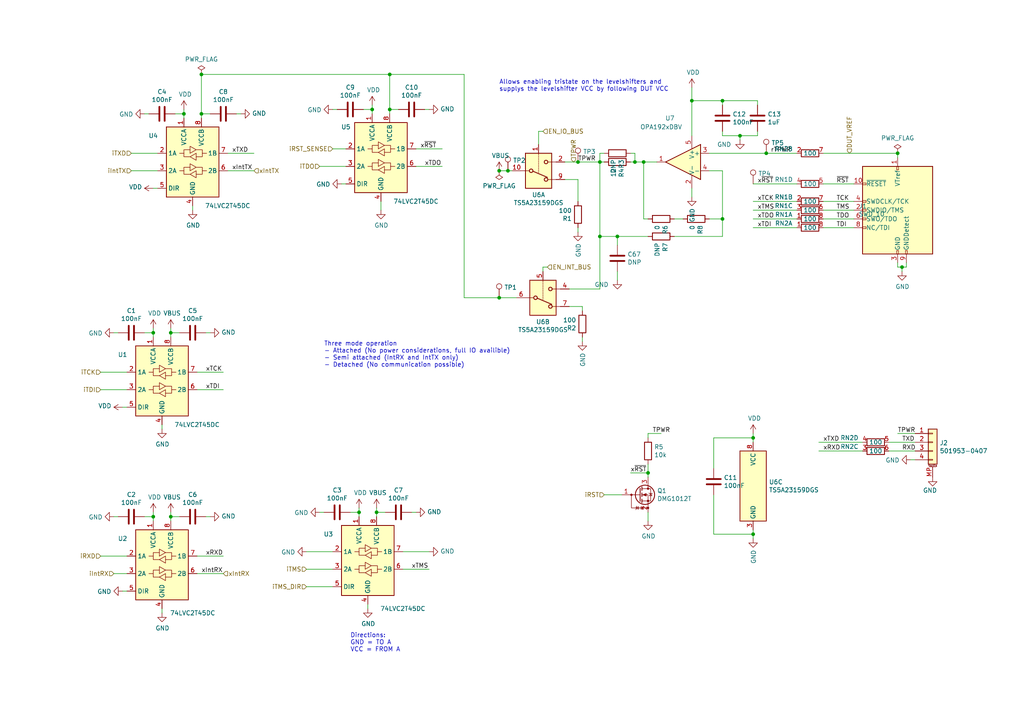
<source format=kicad_sch>
(kicad_sch (version 20230121) (generator eeschema)
  (paper "A4")
  (title_block (title "Output Level Shifter") (date "2022-08-16") (rev "2.1"))
  (lib_symbols
    (symbol "Analog_Switch:TS5A23159DGS"
      (property "Reference" "U" (at -5.08 8.89 0))
      (property "Value" "TS5A23159DGS" (at -5.08 6.985 0))
      (symbol "TS5A23159DGS_1_1"
        (rectangle (start -3.81 5.08) (end 3.81 -5.08) (stroke (width 0.254)) (fill (type background)))
        (circle (center -2.159 0) (radius 0.508) (stroke (width 0.254)))
        (polyline (pts (xy -5.08 0) (xy -2.794 0)))
        (polyline (pts (xy -1.651 0.127) (xy 2.54 1.905)) (stroke (width 0.254)))
        (polyline (pts (xy 0 -5.08) (xy 0 -4.572)))
        (polyline (pts (xy 0 -4.318) (xy 0 -4.064)))
        (polyline (pts (xy 0 -3.81) (xy 0 -3.556)))
        (polyline (pts (xy 0 -3.302) (xy 0 -3.048)))
        (polyline (pts (xy 0 -2.794) (xy 0 -2.54)))
        (polyline (pts (xy 0 -2.286) (xy 0 -2.032)))
        (polyline (pts (xy 0 -1.778) (xy 0 -1.524)))
        (polyline (pts (xy 0 -1.27) (xy 0 -1.016)))
        (polyline (pts (xy 0 -0.762) (xy 0 -0.508)))
        (polyline (pts (xy 0 -0.254) (xy 0 0)))
        (polyline (pts (xy 0 0.254) (xy 0 0.508)))
        (polyline (pts (xy 5.08 -2.54) (xy 2.794 -2.54)))
        (polyline (pts (xy 5.08 2.54) (xy 2.794 2.54)))
        (circle (center 2.159 -2.54) (radius 0.508) (stroke (width 0.254)))
        (circle (center 2.159 2.54) (radius 0.508) (stroke (width 0.254)))
        (pin input line (at 0 -7.62 90) (length 2.54) (name "~") (number "1"))
        (pin passive line (at -7.62 0 0) (length 2.54) (name "~") (number "10"))
        (pin passive line (at 7.62 -2.54 180) (length 2.54) (name "~") (number "2"))
        (pin passive line (at 7.62 2.54 180) (length 2.54) (name "~") (number "9"))
      )
      (symbol "TS5A23159DGS_2_1"
        (rectangle (start -3.81 5.08) (end 3.81 -5.08) (stroke (width 0.254)) (fill (type background)))
        (circle (center -2.159 0) (radius 0.508) (stroke (width 0.254)))
        (polyline (pts (xy -5.08 0) (xy -2.794 0)))
        (polyline (pts (xy -1.651 0.127) (xy 2.54 1.905)) (stroke (width 0.254)))
        (polyline (pts (xy 0 -5.08) (xy 0 -4.572)))
        (polyline (pts (xy 0 -4.318) (xy 0 -4.064)))
        (polyline (pts (xy 0 -3.81) (xy 0 -3.556)))
        (polyline (pts (xy 0 -3.302) (xy 0 -3.048)))
        (polyline (pts (xy 0 -2.794) (xy 0 -2.54)))
        (polyline (pts (xy 0 -2.286) (xy 0 -2.032)))
        (polyline (pts (xy 0 -1.778) (xy 0 -1.524)))
        (polyline (pts (xy 0 -1.27) (xy 0 -1.016)))
        (polyline (pts (xy 0 -0.762) (xy 0 -0.508)))
        (polyline (pts (xy 0 -0.254) (xy 0 0)))
        (polyline (pts (xy 0 0.254) (xy 0 0.508)))
        (polyline (pts (xy 5.08 -2.54) (xy 2.794 -2.54)))
        (polyline (pts (xy 5.08 2.54) (xy 2.794 2.54)))
        (circle (center 2.159 -2.54) (radius 0.508) (stroke (width 0.254)))
        (circle (center 2.159 2.54) (radius 0.508) (stroke (width 0.254)))
        (pin passive line (at 7.62 -2.54 180) (length 2.54) (name "~") (number "4"))
        (pin input line (at 0 -7.62 90) (length 2.54) (name "~") (number "5"))
        (pin passive line (at -7.62 0 0) (length 2.54) (name "~") (number "6"))
        (pin passive line (at 7.62 2.54 180) (length 2.54) (name "~") (number "7"))
      )
      (symbol "TS5A23159DGS_3_1"
        (rectangle (start -3.81 10.16) (end 3.81 -10.16) (stroke (width 0.254)) (fill (type background)))
        (pin power_in line (at 0 -12.7 90) (length 2.54) (name "GND") (number "3"))
        (pin power_in line (at 0 12.7 270) (length 2.54) (name "VCC") (number "8"))
      )
    )
    (symbol "Connector:TestPoint" (pin_numbers hide) (pin_names (offset 0.762) hide)
      (property "Reference" "TP" (at 0 6.858 0))
      (property "Value" "TestPoint" (at 0 5.08 0))
      (symbol "TestPoint_0_1"
        (circle (center 0 3.302) (radius 0.762))
      )
      (symbol "TestPoint_1_1"
        (pin passive line (at 0 0 90) (length 2.54) (name "1") (number "1"))
      )
    )
    (symbol "Connector_Generic_MountingPin:Conn_01x04_MountingPin" (pin_names (offset 1.016) hide)
      (property "Reference" "J" (at 0 5.08 0))
      (property "Value" "Conn_01x04_MountingPin" (at 1.27 -7.62 0))
      (symbol "Conn_01x04_MountingPin_1_1"
        (rectangle (start -1.27 -4.953) (end 0 -5.207) (stroke (width 0.1524)))
        (rectangle (start -1.27 -2.413) (end 0 -2.667) (stroke (width 0.1524)))
        (rectangle (start -1.27 0.127) (end 0 -0.127) (stroke (width 0.1524)))
        (rectangle (start -1.27 2.667) (end 0 2.413) (stroke (width 0.1524)))
        (rectangle (start -1.27 3.81) (end 1.27 -6.35) (stroke (width 0.254)) (fill (type background)))
        (polyline (pts (xy -1.016 -7.112) (xy 1.016 -7.112)) (stroke (width 0.1524)))
        (text "Mounting" (at 0 -6.731 0) (effects (font (size 0.381 0.381))))
        (pin passive line (at -5.08 2.54 0) (length 3.81) (name "Pin_1") (number "1"))
        (pin passive line (at -5.08 0 0) (length 3.81) (name "Pin_2") (number "2"))
        (pin passive line (at -5.08 -2.54 0) (length 3.81) (name "Pin_3") (number "3"))
        (pin passive line (at -5.08 -5.08 0) (length 3.81) (name "Pin_4") (number "4"))
        (pin passive line (at 0 -10.16 90) (length 3.048) (name "MountPin") (number "MP"))
      )
    )
    (symbol "Device:C" (pin_numbers hide) (pin_names (offset 0.254))
      (property "Reference" "C" (at 0.635 2.54 0))
      (property "Value" "C" (at 0.635 -2.54 0))
      (symbol "C_0_1"
        (polyline (pts (xy -2.032 -0.762) (xy 2.032 -0.762)) (stroke (width 0.508)))
        (polyline (pts (xy -2.032 0.762) (xy 2.032 0.762)) (stroke (width 0.508)))
      )
      (symbol "C_1_1"
        (pin passive line (at 0 3.81 270) (length 2.794) (name "~") (number "1"))
        (pin passive line (at 0 -3.81 90) (length 2.794) (name "~") (number "2"))
      )
    )
    (symbol "Device:R" (pin_numbers hide) (pin_names (offset 0))
      (property "Reference" "R" (at 2.032 0 90))
      (property "Value" "R" (at 0 0 90))
      (symbol "R_0_1"
        (rectangle (start -1.016 -2.54) (end 1.016 2.54) (stroke (width 0.254)))
      )
      (symbol "R_1_1"
        (pin passive line (at 0 3.81 270) (length 1.27) (name "~") (number "1"))
        (pin passive line (at 0 -3.81 90) (length 1.27) (name "~") (number "2"))
      )
    )
    (symbol "Device:R_Pack04_Split" (pin_names (offset 0) hide)
      (property "Reference" "RN" (at 2.032 0 90))
      (property "Value" "R_Pack04_Split" (at 0 0 90))
      (symbol "R_Pack04_Split_0_1"
        (rectangle (start 1.016 2.54) (end -1.016 -2.54) (stroke (width 0.254)))
      )
      (symbol "R_Pack04_Split_1_1"
        (pin passive line (at 0 -3.81 90) (length 1.27) (name "R1.1") (number "1"))
        (pin passive line (at 0 3.81 270) (length 1.27) (name "R1.2") (number "8"))
      )
      (symbol "R_Pack04_Split_2_1"
        (pin passive line (at 0 -3.81 90) (length 1.27) (name "R2.1") (number "2"))
        (pin passive line (at 0 3.81 270) (length 1.27) (name "R2.2") (number "7"))
      )
      (symbol "R_Pack04_Split_3_1"
        (pin passive line (at 0 -3.81 90) (length 1.27) (name "R3.1") (number "3"))
        (pin passive line (at 0 3.81 270) (length 1.27) (name "R3.2") (number "6"))
      )
      (symbol "R_Pack04_Split_4_1"
        (pin passive line (at 0 -3.81 90) (length 1.27) (name "R4.1") (number "4"))
        (pin passive line (at 0 3.81 270) (length 1.27) (name "R4.2") (number "5"))
      )
    )
    (symbol "Logic_LevelTranslator:74LVC2T45DC"
      (property "Reference" "U" (at 6.35 -11.43 0))
      (property "Value" "74LVC2T45DC" (at 10.16 11.43 0))
      (symbol "74LVC2T45DC_1_1"
        (rectangle (start -7.62 10.16) (end 7.62 -10.16) (stroke (width 0.254)) (fill (type background)))
        (polyline (pts (xy -2.54 -2.54) (xy -2.54 -1.524) (xy -0.762 -1.524)))
        (polyline (pts (xy -2.54 2.54) (xy -2.54 3.556) (xy -0.762 3.556)))
        (polyline (pts (xy 2.794 -2.54) (xy 2.794 -3.556) (xy 1.016 -3.556)))
        (polyline (pts (xy 2.794 2.54) (xy 2.794 1.524) (xy 1.016 1.524)))
        (polyline (pts (xy -0.762 -3.556) (xy -2.54 -3.556) (xy -2.54 -2.54) (xy -3.81 -2.54)))
        (polyline (pts (xy -0.762 -2.54) (xy -0.762 -0.508) (xy 1.016 -1.524) (xy -0.762 -2.54)))
        (polyline (pts (xy -0.762 1.524) (xy -2.54 1.524) (xy -2.54 2.54) (xy -3.81 2.54)))
        (polyline (pts (xy -0.762 2.54) (xy -0.762 4.572) (xy 1.016 3.556) (xy -0.762 2.54)))
        (polyline (pts (xy 1.016 -1.524) (xy 2.794 -1.524) (xy 2.794 -2.54) (xy 4.064 -2.54)))
        (polyline (pts (xy 1.016 3.556) (xy 2.794 3.556) (xy 2.794 2.54) (xy 4.064 2.54)))
        (polyline (pts (xy 1.016 -2.54) (xy 1.016 -4.318) (xy 1.016 -4.572) (xy -0.762 -3.556) (xy 1.016 -2.54)))
        (polyline (pts (xy 1.016 2.54) (xy 1.016 0.762) (xy 1.016 0.508) (xy -0.762 1.524) (xy 1.016 2.54)))
        (pin power_in line (at -2.54 12.7 270) (length 2.54) (name "VCCA") (number "1"))
        (pin bidirectional line (at -10.16 2.54 0) (length 2.54) (name "1A") (number "2"))
        (pin bidirectional line (at -10.16 -2.54 0) (length 2.54) (name "2A") (number "3"))
        (pin power_in line (at 0 -12.7 90) (length 2.54) (name "GND") (number "4"))
        (pin input line (at -10.16 -7.62 0) (length 2.54) (name "DIR") (number "5"))
        (pin bidirectional line (at 10.16 -2.54 180) (length 2.54) (name "2B") (number "6"))
        (pin bidirectional line (at 10.16 2.54 180) (length 2.54) (name "1B") (number "7"))
        (pin power_in line (at 2.54 12.7 270) (length 2.54) (name "VCCB") (number "8"))
      )
    )
    (symbol "Transistor_FET:DMG1012T" (pin_names (offset 0) hide)
      (property "Reference" "Q" (at 5.08 1.905 0))
      (property "Value" "DMG1012T" (at 5.08 0 0))
      (symbol "DMG1012T_0_1"
        (polyline (pts (xy 2.54 -3.81) (xy -2.286 -3.81) (xy -2.286 0)))
      )
      (symbol "DMG1012T_1_1"
        (circle (center -2.286 0) (radius 0.254) (fill (type outline)))
        (polyline (pts (xy 0.254 0) (xy -2.54 0)))
        (polyline (pts (xy 0.254 1.905) (xy 0.254 -1.905)) (stroke (width 0.254)))
        (polyline (pts (xy 0.762 -1.27) (xy 0.762 -2.286)) (stroke (width 0.254)))
        (polyline (pts (xy 0.762 0.508) (xy 0.762 -0.508)) (stroke (width 0.254)))
        (polyline (pts (xy 0.762 2.286) (xy 0.762 1.27)) (stroke (width 0.254)))
        (polyline (pts (xy 2.54 2.54) (xy 2.54 1.778)))
        (polyline (pts (xy 2.54 -2.54) (xy 2.54 0) (xy 0.762 0)))
        (polyline (pts (xy -1.016 -4.318) (xy -0.889 -4.191) (xy -0.889 -3.429) (xy -0.762 -3.302)))
        (polyline (pts (xy -0.889 -3.81) (xy -0.254 -4.191) (xy -0.254 -3.429) (xy -0.889 -3.81)))
        (polyline (pts (xy 0.762 -1.778) (xy 3.302 -1.778) (xy 3.302 1.778) (xy 0.762 1.778)))
        (polyline (pts (xy 1.016 0) (xy 2.032 0.381) (xy 2.032 -0.381) (xy 1.016 0)) (fill (type outline)))
        (polyline (pts (xy 1.143 -3.81) (xy 0.508 -3.429) (xy 0.508 -4.191) (xy 1.143 -3.81)))
        (polyline (pts (xy 1.27 -3.302) (xy 1.143 -3.429) (xy 1.143 -4.191) (xy 1.016 -4.318)))
        (polyline (pts (xy 2.794 0.508) (xy 2.921 0.381) (xy 3.683 0.381) (xy 3.81 0.254)))
        (polyline (pts (xy 3.302 0.381) (xy 2.921 -0.254) (xy 3.683 -0.254) (xy 3.302 0.381)))
        (circle (center 1.651 0) (radius 2.794) (stroke (width 0.254)))
        (circle (center 2.54 -3.81) (radius 0.254) (fill (type outline)))
        (circle (center 2.54 -1.778) (radius 0.254) (fill (type outline)))
        (circle (center 2.54 1.778) (radius 0.254) (fill (type outline)))
        (pin input line (at -5.08 0 0) (length 2.54) (name "G") (number "1"))
        (pin passive line (at 2.54 -5.08 90) (length 2.54) (name "S") (number "2"))
        (pin passive line (at 2.54 5.08 270) (length 2.54) (name "D") (number "3"))
      )
    )
    (symbol "jaspers_lib:OPA192xDBV" (pin_names (offset 0.127))
      (property "Reference" "U" (at -1.27 6.35 0))
      (property "Value" "OPA192xDBV" (at -1.27 3.81 0))
      (symbol "OPA192xDBV_0_1"
        (polyline (pts (xy -5.08 5.08) (xy 5.08 0) (xy -5.08 -5.08) (xy -5.08 5.08)) (stroke (width 0.254)) (fill (type background)))
        (pin power_in line (at -2.54 -7.62 90) (length 3.81) (name "V-") (number "2"))
        (pin power_in line (at -2.54 7.62 270) (length 3.81) (name "V+") (number "5"))
      )
      (symbol "OPA192xDBV_1_1"
        (pin output line (at 7.62 0 180) (length 2.54) (name "~") (number "1"))
        (pin input line (at -7.62 2.54 0) (length 2.54) (name "+") (number "3"))
        (pin input line (at -7.62 -2.54 0) (length 2.54) (name "-") (number "4"))
      )
    )
    (symbol "jaspers_lib:SWD_10" (pin_names (offset 1.016))
      (property "Reference" "J1" (at 11.2776 1.1684 0))
      (property "Value" "SWD_10" (at 11.2776 -1.143 0))
      (symbol "SWD_10_0_1"
        (rectangle (start -10.16 12.7) (end 10.16 -12.7) (stroke (width 0.254)) (fill (type background)))
        (rectangle (start -2.794 -12.7) (end -2.286 -11.684))
        (rectangle (start -0.254 -12.7) (end 0.254 -11.684))
        (rectangle (start -0.254 12.7) (end 0.254 11.684))
        (rectangle (start 9.144 2.286) (end 10.16 2.794))
        (rectangle (start 10.16 -2.794) (end 9.144 -2.286))
        (rectangle (start 10.16 -0.254) (end 9.144 0.254))
        (rectangle (start 10.16 7.874) (end 9.144 7.366))
      )
      (symbol "SWD_10_1_1"
        (rectangle (start 9.144 -5.334) (end 10.16 -4.826))
        (pin power_in line (at 0 15.24 270) (length 2.54) (name "VTref") (number "1"))
        (pin open_collector line (at 12.7 7.62 180) (length 2.54) (name "~{RESET}") (number "10"))
        (pin bidirectional line (at 12.7 0 180) (length 2.54) (name "SWDIO/TMS") (number "2"))
        (pin power_in line (at 0 -15.24 90) (length 2.54) (name "GND") (number "3"))
        (pin input line (at 12.7 2.54 180) (length 2.54) (name "SWDCLK/TCK") (number "4"))
        (pin passive line (at 0 -15.24 90) (length 2.54) hide (name "GND") (number "5"))
        (pin input line (at 12.7 -2.54 180) (length 2.54) (name "SWO/TDO") (number "6"))
        (pin no_connect line (at -10.16 0 0) (length 2.54) hide (name "KEY") (number "7"))
        (pin passive line (at 12.7 -5.08 180) (length 2.54) (name "NC/TDI") (number "8"))
        (pin passive line (at -2.54 -15.24 90) (length 2.54) (name "GNDDetect") (number "9"))
      )
    )
    (symbol "power:GND" (power) (pin_names (offset 0))
      (property "Value" "GND" (at 0 -3.81 0))
      (symbol "GND_0_1"
        (polyline (pts (xy 0 0) (xy 0 -1.27) (xy 1.27 -1.27) (xy 0 -2.54) (xy -1.27 -1.27) (xy 0 -1.27)))
      )
      (symbol "GND_1_1"
        (pin power_in line (at 0 0 270) (length 0) hide (name "GND") (number "1"))
      )
    )
    (symbol "power:PWR_FLAG" (power) (pin_numbers hide) (pin_names (offset 0) hide)
      (property "Value" "PWR_FLAG" (at 0 3.81 0))
      (symbol "PWR_FLAG_0_0"
        (pin power_out line (at 0 0 90) (length 0) (name "pwr") (number "1"))
      )
      (symbol "PWR_FLAG_0_1"
        (polyline (pts (xy 0 0) (xy 0 1.27) (xy -1.016 1.905) (xy 0 2.54) (xy 1.016 1.905) (xy 0 1.27)))
      )
    )
    (symbol "power:VBUS" (power) (pin_names (offset 0))
      (property "Value" "VBUS" (at 0 3.81 0))
      (symbol "VBUS_0_1"
        (polyline (pts (xy -0.762 1.27) (xy 0 2.54)))
        (polyline (pts (xy 0 0) (xy 0 2.54)))
        (polyline (pts (xy 0 2.54) (xy 0.762 1.27)))
      )
      (symbol "VBUS_1_1"
        (pin power_in line (at 0 0 90) (length 0) hide (name "VBUS") (number "1"))
      )
    )
    (symbol "power:VDD" (power) (pin_names (offset 0))
      (property "Value" "VDD" (at 0 3.81 0))
      (symbol "VDD_0_1"
        (polyline (pts (xy -0.762 1.27) (xy 0 2.54)))
        (polyline (pts (xy 0 0) (xy 0 2.54)))
        (polyline (pts (xy 0 2.54) (xy 0.762 1.27)))
      )
      (symbol "VDD_1_1"
        (pin power_in line (at 0 0 90) (length 0) hide (name "VDD") (number "1"))
      )
    )
  )
  (junction (at 107.95 31.75))
  (junction (at 186.69 46.99))
  (junction (at 113.03 31.75))
  (junction (at 218.44 127))
  (junction (at 200.66 29.21))
  (junction (at 144.78 49.53))
  (junction (at 209.55 63.5))
  (junction (at 53.34 33.02))
  (junction (at 58.42 21.59))
  (junction (at 173.99 68.58))
  (junction (at 184.15 46.99))
  (junction (at 44.45 96.52))
  (junction (at 144.78 86.36))
  (junction (at 209.55 29.21))
  (junction (at 222.25 44.45))
  (junction (at 113.03 21.59))
  (junction (at 218.44 154.94))
  (junction (at 104.14 148.59))
  (junction (at 44.45 149.86))
  (junction (at 109.22 148.59))
  (junction (at 147.32 49.53))
  (junction (at 187.96 137.16))
  (junction (at 214.63 39.37))
  (junction (at 49.53 96.52))
  (junction (at 173.99 46.99))
  (junction (at 167.64 46.99))
  (junction (at 260.35 44.45))
  (junction (at 261.62 77.47))
  (junction (at 179.07 68.58))
  (junction (at 49.53 149.86))
  (junction (at 58.42 33.02))
  (wire (pts (xy 92.71 48.26) (xy 100.33 48.26)))
  (wire (pts (xy 265.43 133.35) (xy 264.16 133.35)))
  (wire (pts (xy 247.65 63.5) (xy 238.76 63.5)))
  (wire (pts (xy 186.69 46.99) (xy 184.15 46.99)))
  (wire (pts (xy 184.15 44.45) (xy 184.15 46.99)))
  (wire (pts (xy 41.91 149.86) (xy 44.45 149.86)))
  (wire (pts (xy 96.52 31.75) (xy 97.79 31.75)))
  (wire (pts (xy 168.91 88.9) (xy 168.91 90.17)))
  (wire (pts (xy 147.32 49.53) (xy 148.59 49.53)))
  (wire (pts (xy 49.53 148.59) (xy 49.53 149.86)))
  (wire (pts (xy 260.35 44.45) (xy 238.76 44.45)))
  (wire (pts (xy 46.99 124.46) (xy 46.99 123.19)))
  (wire (pts (xy 50.8 33.02) (xy 53.34 33.02)))
  (wire (pts (xy 214.63 39.37) (xy 219.71 39.37)))
  (wire (pts (xy 53.34 31.75) (xy 53.34 33.02)))
  (wire (pts (xy 218.44 127) (xy 218.44 128.27)))
  (wire (pts (xy 175.26 44.45) (xy 173.99 44.45)))
  (wire (pts (xy 260.35 125.73) (xy 265.43 125.73)))
  (wire (pts (xy 250.19 128.27) (xy 237.49 128.27)))
  (wire (pts (xy 113.03 21.59) (xy 134.62 21.59)))
  (wire (pts (xy 33.02 149.86) (xy 34.29 149.86)))
  (wire (pts (xy 173.99 44.45) (xy 173.99 46.99)))
  (wire (pts (xy 109.22 147.32) (xy 109.22 148.59)))
  (wire (pts (xy 58.42 33.02) (xy 60.96 33.02)))
  (wire (pts (xy 68.58 33.02) (xy 69.85 33.02)))
  (wire (pts (xy 261.62 77.47) (xy 262.89 77.47)))
  (wire (pts (xy 205.74 63.5) (xy 209.55 63.5)))
  (wire (pts (xy 110.49 58.42) (xy 110.49 60.96)))
  (wire (pts (xy 209.55 38.1) (xy 209.55 39.37)))
  (wire (pts (xy 156.21 41.91) (xy 156.21 38.1)))
  (wire (pts (xy 205.74 44.45) (xy 222.25 44.45)))
  (wire (pts (xy 104.14 149.86) (xy 104.14 148.59)))
  (wire (pts (xy 38.1 44.45) (xy 45.72 44.45)))
  (wire (pts (xy 218.44 125.73) (xy 218.44 127)))
  (wire (pts (xy 167.64 66.04) (xy 167.64 67.31)))
  (wire (pts (xy 120.65 43.18) (xy 128.27 43.18)))
  (wire (pts (xy 262.89 77.47) (xy 262.89 76.2)))
  (wire (pts (xy 200.66 25.4) (xy 200.66 29.21)))
  (wire (pts (xy 96.52 43.18) (xy 100.33 43.18)))
  (wire (pts (xy 209.55 30.48) (xy 209.55 29.21)))
  (wire (pts (xy 219.71 39.37) (xy 219.71 38.1)))
  (wire (pts (xy 167.64 46.99) (xy 173.99 46.99)))
  (wire (pts (xy 119.38 148.59) (xy 120.65 148.59)))
  (wire (pts (xy 144.78 86.36) (xy 149.86 86.36)))
  (wire (pts (xy 187.96 68.58) (xy 179.07 68.58)))
  (wire (pts (xy 116.84 160.02) (xy 124.46 160.02)))
  (wire (pts (xy 55.88 59.69) (xy 55.88 60.96)))
  (wire (pts (xy 49.53 96.52) (xy 52.07 96.52)))
  (wire (pts (xy 41.91 33.02) (xy 43.18 33.02)))
  (wire (pts (xy 247.65 58.42) (xy 238.76 58.42)))
  (wire (pts (xy 237.49 130.81) (xy 250.19 130.81)))
  (wire (pts (xy 200.66 29.21) (xy 200.66 39.37)))
  (wire (pts (xy 168.91 97.79) (xy 168.91 99.06)))
  (wire (pts (xy 187.96 127) (xy 187.96 125.73)))
  (wire (pts (xy 260.35 77.47) (xy 261.62 77.47)))
  (wire (pts (xy 173.99 68.58) (xy 173.99 83.82)))
  (wire (pts (xy 109.22 148.59) (xy 111.76 148.59)))
  (wire (pts (xy 179.07 78.74) (xy 179.07 81.28)))
  (wire (pts (xy 29.21 113.03) (xy 36.83 113.03)))
  (wire (pts (xy 88.9 160.02) (xy 96.52 160.02)))
  (wire (pts (xy 44.45 148.59) (xy 44.45 149.86)))
  (wire (pts (xy 57.15 161.29) (xy 64.77 161.29)))
  (wire (pts (xy 165.1 88.9) (xy 168.91 88.9)))
  (wire (pts (xy 33.02 96.52) (xy 34.29 96.52)))
  (wire (pts (xy 104.14 148.59) (xy 101.6 148.59)))
  (wire (pts (xy 260.35 76.2) (xy 260.35 77.47)))
  (wire (pts (xy 104.14 148.59) (xy 104.14 147.32)))
  (wire (pts (xy 186.69 46.99) (xy 186.69 63.5)))
  (wire (pts (xy 33.02 166.37) (xy 36.83 166.37)))
  (wire (pts (xy 58.42 21.59) (xy 58.42 33.02)))
  (wire (pts (xy 57.15 113.03) (xy 64.77 113.03)))
  (wire (pts (xy 120.65 48.26) (xy 128.27 48.26)))
  (wire (pts (xy 35.56 171.45) (xy 36.83 171.45)))
  (wire (pts (xy 218.44 66.04) (xy 231.14 66.04)))
  (wire (pts (xy 88.9 165.1) (xy 96.52 165.1)))
  (wire (pts (xy 231.14 60.96) (xy 218.44 60.96)))
  (wire (pts (xy 157.48 77.47) (xy 158.75 77.47)))
  (wire (pts (xy 238.76 60.96) (xy 247.65 60.96)))
  (wire (pts (xy 200.66 29.21) (xy 209.55 29.21)))
  (wire (pts (xy 116.84 165.1) (xy 124.46 165.1)))
  (wire (pts (xy 207.01 127) (xy 218.44 127)))
  (wire (pts (xy 187.96 138.43) (xy 187.96 137.16)))
  (wire (pts (xy 179.07 68.58) (xy 173.99 68.58)))
  (wire (pts (xy 113.03 31.75) (xy 115.57 31.75)))
  (wire (pts (xy 209.55 29.21) (xy 219.71 29.21)))
  (wire (pts (xy 214.63 40.64) (xy 214.63 39.37)))
  (wire (pts (xy 187.96 151.13) (xy 187.96 148.59)))
  (wire (pts (xy 92.71 148.59) (xy 93.98 148.59)))
  (wire (pts (xy 107.95 31.75) (xy 107.95 33.02)))
  (wire (pts (xy 173.99 83.82) (xy 165.1 83.82)))
  (wire (pts (xy 46.99 176.53) (xy 46.99 177.8)))
  (wire (pts (xy 58.42 34.29) (xy 58.42 33.02)))
  (wire (pts (xy 100.33 53.34) (xy 99.06 53.34)))
  (wire (pts (xy 57.15 166.37) (xy 64.77 166.37)))
  (wire (pts (xy 57.15 107.95) (xy 64.77 107.95)))
  (wire (pts (xy 105.41 31.75) (xy 107.95 31.75)))
  (wire (pts (xy 247.65 66.04) (xy 238.76 66.04)))
  (wire (pts (xy 113.03 21.59) (xy 113.03 31.75)))
  (wire (pts (xy 44.45 149.86) (xy 44.45 151.13)))
  (wire (pts (xy 44.45 96.52) (xy 44.45 97.79)))
  (wire (pts (xy 59.69 96.52) (xy 60.96 96.52)))
  (wire (pts (xy 182.88 44.45) (xy 184.15 44.45)))
  (wire (pts (xy 35.56 118.11) (xy 36.83 118.11)))
  (wire (pts (xy 231.14 58.42) (xy 218.44 58.42)))
  (wire (pts (xy 144.78 49.53) (xy 147.32 49.53)))
  (wire (pts (xy 209.55 68.58) (xy 195.58 68.58)))
  (wire (pts (xy 247.65 53.34) (xy 238.76 53.34)))
  (wire (pts (xy 66.04 49.53) (xy 73.66 49.53)))
  (wire (pts (xy 53.34 33.02) (xy 53.34 34.29)))
  (wire (pts (xy 167.64 52.07) (xy 167.64 58.42)))
  (wire (pts (xy 134.62 21.59) (xy 134.62 86.36)))
  (wire (pts (xy 179.07 71.12) (xy 179.07 68.58)))
  (wire (pts (xy 88.9 170.18) (xy 96.52 170.18)))
  (wire (pts (xy 109.22 149.86) (xy 109.22 148.59)))
  (wire (pts (xy 219.71 29.21) (xy 219.71 30.48)))
  (wire (pts (xy 44.45 95.25) (xy 44.45 96.52)))
  (wire (pts (xy 173.99 68.58) (xy 173.99 46.99)))
  (wire (pts (xy 49.53 149.86) (xy 52.07 149.86)))
  (wire (pts (xy 207.01 143.51) (xy 207.01 154.94)))
  (wire (pts (xy 218.44 154.94) (xy 218.44 153.67)))
  (wire (pts (xy 123.19 31.75) (xy 124.46 31.75)))
  (wire (pts (xy 173.99 46.99) (xy 175.26 46.99)))
  (wire (pts (xy 184.15 46.99) (xy 182.88 46.99)))
  (wire (pts (xy 41.91 96.52) (xy 44.45 96.52)))
  (wire (pts (xy 49.53 151.13) (xy 49.53 149.86)))
  (wire (pts (xy 187.96 125.73) (xy 191.77 125.73)))
  (wire (pts (xy 29.21 161.29) (xy 36.83 161.29)))
  (wire (pts (xy 134.62 86.36) (xy 144.78 86.36)))
  (wire (pts (xy 205.74 49.53) (xy 209.55 49.53)))
  (wire (pts (xy 231.14 53.34) (xy 218.44 53.34)))
  (wire (pts (xy 58.42 21.59) (xy 113.03 21.59)))
  (wire (pts (xy 218.44 156.21) (xy 218.44 154.94)))
  (wire (pts (xy 180.34 143.51) (xy 175.26 143.51)))
  (wire (pts (xy 261.62 77.47) (xy 261.62 78.74)))
  (wire (pts (xy 195.58 63.5) (xy 198.12 63.5)))
  (wire (pts (xy 187.96 137.16) (xy 187.96 134.62)))
  (wire (pts (xy 156.21 38.1) (xy 157.48 38.1)))
  (wire (pts (xy 209.55 63.5) (xy 209.55 68.58)))
  (wire (pts (xy 49.53 97.79) (xy 49.53 96.52)))
  (wire (pts (xy 209.55 39.37) (xy 214.63 39.37)))
  (wire (pts (xy 163.83 46.99) (xy 167.64 46.99)))
  (wire (pts (xy 157.48 77.47) (xy 157.48 78.74)))
  (wire (pts (xy 222.25 44.45) (xy 231.14 44.45)))
  (wire (pts (xy 209.55 49.53) (xy 209.55 63.5)))
  (wire (pts (xy 265.43 130.81) (xy 257.81 130.81)))
  (wire (pts (xy 265.43 128.27) (xy 257.81 128.27)))
  (wire (pts (xy 231.14 63.5) (xy 218.44 63.5)))
  (wire (pts (xy 182.88 137.16) (xy 187.96 137.16)))
  (wire (pts (xy 260.35 45.72) (xy 260.35 44.45)))
  (wire (pts (xy 29.21 107.95) (xy 36.83 107.95)))
  (wire (pts (xy 200.66 54.61) (xy 200.66 57.15)))
  (wire (pts (xy 207.01 154.94) (xy 218.44 154.94)))
  (wire (pts (xy 186.69 63.5) (xy 187.96 63.5)))
  (wire (pts (xy 45.72 54.61) (xy 44.45 54.61)))
  (wire (pts (xy 66.04 44.45) (xy 73.66 44.45)))
  (wire (pts (xy 38.1 49.53) (xy 45.72 49.53)))
  (wire (pts (xy 106.68 176.53) (xy 106.68 175.26)))
  (wire (pts (xy 186.69 46.99) (xy 190.5 46.99)))
  (wire (pts (xy 207.01 135.89) (xy 207.01 127)))
  (wire (pts (xy 59.69 149.86) (xy 60.96 149.86)))
  (wire (pts (xy 107.95 30.48) (xy 107.95 31.75)))
  (wire (pts (xy 167.64 52.07) (xy 163.83 52.07)))
  (wire (pts (xy 113.03 33.02) (xy 113.03 31.75)))
  (wire (pts (xy 49.53 95.25) (xy 49.53 96.52)))
  (text "Allows enabling tristate on the levelshifters and\nsupplys the levelshifter VCC by following DUT VCC" (at 144.78 26.67 0) (effects (font (size 1.27 1.27)) (justify left bottom)))
  (text "Three mode operation\n- Attached (No power considerations, full IO availible)\n- Semi attached (IntRX and IntTX only)\n- Detached (No communication possible)" (at 93.98 106.68 0) (effects (font (size 1.27 1.27)) (justify left bottom)))
  (text "Directions:\nGND = TO A\nVCC = FROM A" (at 101.6 189.23 0) (effects (font (size 1.27 1.27)) (justify left bottom)))
  (label "xTMS" (at 219.71 60.96 0))
  (label "TMS" (at 242.57 60.96 0))
  (label "TDI" (at 242.57 66.04 0))
  (label "TXD" (at 261.62 128.27 0))
  (label "x~{RST}" (at 182.88 137.16 0))
  (label "TPWR" (at 167.64 46.99 0))
  (label "x~{RST}" (at 121.92 43.18 0))
  (label "~{RST}" (at 242.57 53.34 0))
  (label "xIntTX" (at 67.31 49.53 0))
  (label "xTXD" (at 67.31 44.45 0))
  (label "xRXD" (at 238.76 130.81 0))
  (label "xTCK" (at 59.69 107.95 0))
  (label "xTDI" (at 59.69 113.03 0))
  (label "rTPWR" (at 223.52 44.45 0))
  (label "TPWR" (at 260.35 125.73 0))
  (label "x~{RST}" (at 219.71 53.34 0))
  (label "TPWR" (at 189.23 125.73 0))
  (label "TDO" (at 242.57 63.5 0))
  (label "xTDI" (at 219.71 66.04 0))
  (label "RXD" (at 261.62 130.81 0))
  (label "xTDO" (at 123.19 48.26 0))
  (label "TCK" (at 242.57 58.42 0))
  (label "xTXD" (at 238.76 128.27 0))
  (label "xTDO" (at 219.71 63.5 0))
  (label "xIntRX" (at 58.42 166.37 0))
  (label "xTMS" (at 119.38 165.1 0))
  (label "xTCK" (at 219.71 58.42 0))
  (label "xRXD" (at 59.69 161.29 0))
  (hierarchical_label "EN_INT_BUS" (shape input) (at 158.75 77.47 0))
  (hierarchical_label "iTCK" (shape input) (at 29.21 107.95 180))
  (hierarchical_label "EN_IO_BUS" (shape input) (at 157.48 38.1 0))
  (hierarchical_label "iTMS_DIR" (shape input) (at 88.9 170.18 180))
  (hierarchical_label "xIntRX" (shape input) (at 64.77 166.37 0))
  (hierarchical_label "iTDI" (shape input) (at 29.21 113.03 180))
  (hierarchical_label "DUT_VREF" (shape input) (at 246.38 44.45 90))
  (hierarchical_label "iRST" (shape input) (at 175.26 143.51 180))
  (hierarchical_label "iIntRX" (shape input) (at 33.02 166.37 180))
  (hierarchical_label "iIntTX" (shape input) (at 38.1 49.53 180))
  (hierarchical_label "iTXD" (shape input) (at 38.1 44.45 180))
  (hierarchical_label "iRST_SENSE" (shape input) (at 96.52 43.18 180))
  (hierarchical_label "xIntTX" (shape input) (at 73.66 49.53 0))
  (hierarchical_label "iTDO" (shape input) (at 92.71 48.26 180))
  (hierarchical_label "iRXD" (shape input) (at 29.21 161.29 180))
  (hierarchical_label "TPWR" (shape input) (at 166.37 46.99 90))
  (hierarchical_label "iTMS" (shape input) (at 88.9 165.1 180))
  (symbol (lib_id "Device:C") (at 179.07 74.93 0) (unit 1)
    (property "Reference" "C67" (at 181.991 73.7616 0) (effects (justify left)))
    (property "Value" "DNP" (at 181.991 76.073 0) (effects (justify left)))
    (property "Footprint" "Capacitor_SMD:C_0603_1608Metric" (effects hide))
    (property "MPN" "-" (effects hide))
  )
  (symbol (lib_id "power:GND") (at 179.07 81.28 0) (unit 1)
    (property "Reference" "#PWR0142" (effects hide))
    (property "Value" "GND" (at 176.53 82.55 0) (effects (justify right)))
  )
  (symbol (lib_id "Connector:TestPoint") (at 147.32 49.53 0) (unit 1)
    (property "Reference" "TP2" (at 148.7932 46.5328 0) (effects (justify left)))
    (property "Value" "TestPoint" (effects hide))
    (property "Footprint" "TestPoint:TestPoint_Keystone_5000-5004_Miniature" (effects hide))
    (property "MPN" "-" (effects hide))
  )
  (symbol (lib_id "Connector:TestPoint") (at 144.78 86.36 0) (unit 1)
    (property "Reference" "TP1" (at 146.2532 83.3628 0) (effects (justify left)))
    (property "Value" "TestPoint" (effects hide))
    (property "Footprint" "TestPoint:TestPoint_Keystone_5000-5004_Miniature" (effects hide))
    (property "MPN" "-" (effects hide))
  )
  (symbol (lib_id "Connector:TestPoint") (at 222.25 44.45 0) (unit 1)
    (property "Reference" "TP5" (at 223.7232 41.4528 0) (effects (justify left)))
    (property "Value" "TestPoint" (effects hide))
    (property "Footprint" "TestPoint:TestPoint_Keystone_5000-5004_Miniature" (effects hide))
    (property "MPN" "-" (effects hide))
  )
  (symbol (lib_id "Connector:TestPoint") (at 167.64 46.99 0) (unit 1)
    (property "Reference" "TP3" (at 169.1132 43.9928 0) (effects (justify left)))
    (property "Value" "TestPoint" (effects hide))
    (property "Footprint" "TestPoint:TestPoint_Keystone_5000-5004_Miniature" (effects hide))
    (property "MPN" "-" (effects hide))
  )
  (symbol (lib_id "Connector:TestPoint") (at 218.44 53.34 0) (unit 1)
    (property "Reference" "TP4" (at 219.9132 50.3428 0) (effects (justify left)))
    (property "Value" "TestPoint" (effects hide))
    (property "Footprint" "TestPoint:TestPoint_Keystone_5000-5004_Miniature" (effects hide))
    (property "MPN" "-" (effects hide))
  )
  (symbol (lib_id "jaspers_lib:SWD_10") (at 260.35 60.96 0) (mirror y) (unit 1)
    (property "Reference" "J1" (at 249.0724 59.7916 0) (effects (justify right)))
    (property "Value" "SWD_10" (at 249.0724 62.103 0) (effects (justify right)))
    (property "Footprint" "jaspers_footprints:FTSH-105-01-F-D-RA-K" (effects hide))
    (property "Datasheet" "http://infocenter.arm.com/help/topic/com.arm.doc.ddi0314h/DDI0314H_coresight_components_trm.pdf" (effects hide))
    (property "MPN" "FTSH-105-01-F-D-RA-K" (effects hide))
  )
  (symbol (lib_id "Logic_LevelTranslator:74LVC2T45DC") (at 55.88 46.99 0) (unit 1)
    (property "Reference" "U4" (at 44.45 39.37 0))
    (property "Value" "74LVC2T45DC" (at 66.04 59.69 0))
    (property "Footprint" "Package_SO:VSSOP-8_2.3x2mm_P0.5mm" (effects hide))
    (property "Datasheet" "https://assets.nexperia.com/documents/data-sheet/74LVC_LVCH2T45.pdf" (effects hide))
    (property "MPN" "74LVC2T45DC" (effects hide))
  )
  (symbol (lib_id "Logic_LevelTranslator:74LVC2T45DC") (at 46.99 110.49 0) (unit 1)
    (property "Reference" "U1" (at 35.56 102.87 0))
    (property "Value" "74LVC2T45DC" (at 57.15 123.19 0))
    (property "Footprint" "Package_SO:VSSOP-8_2.3x2mm_P0.5mm" (effects hide))
    (property "Datasheet" "https://assets.nexperia.com/documents/data-sheet/74LVC_LVCH2T45.pdf" (effects hide))
    (property "MPN" "74LVC2T45DC" (effects hide))
  )
  (symbol (lib_id "Logic_LevelTranslator:74LVC2T45DC") (at 46.99 163.83 0) (unit 1)
    (property "Reference" "U2" (at 35.56 156.21 0))
    (property "Value" "74LVC2T45DC" (at 55.88 177.8 0))
    (property "Footprint" "Package_SO:VSSOP-8_2.3x2mm_P0.5mm" (effects hide))
    (property "Datasheet" "https://assets.nexperia.com/documents/data-sheet/74LVC_LVCH2T45.pdf" (effects hide))
    (property "MPN" "74LVC2T45DC" (effects hide))
  )
  (symbol (lib_id "Logic_LevelTranslator:74LVC2T45DC") (at 106.68 162.56 0) (unit 1)
    (property "Reference" "U3" (at 95.25 154.94 0))
    (property "Value" "74LVC2T45DC" (at 116.84 176.53 0))
    (property "Footprint" "Package_SO:VSSOP-8_2.3x2mm_P0.5mm" (effects hide))
    (property "Datasheet" "https://assets.nexperia.com/documents/data-sheet/74LVC_LVCH2T45.pdf" (effects hide))
    (property "MPN" "74LVC2T45DC" (effects hide))
  )
  (symbol (lib_id "Device:C") (at 46.99 33.02 270) (unit 1)
    (property "Reference" "C4" (at 46.99 26.6192 90))
    (property "Value" "100nF" (at 46.99 28.9306 90))
    (property "Footprint" "Capacitor_SMD:C_0603_1608Metric" (effects hide))
    (property "MPN" "CL10B104KB8NNNC" (effects hide))
  )
  (symbol (lib_id "Device:C") (at 64.77 33.02 270) (unit 1)
    (property "Reference" "C8" (at 64.77 26.6192 90))
    (property "Value" "100nF" (at 64.77 28.9306 90))
    (property "Footprint" "Capacitor_SMD:C_0603_1608Metric" (effects hide))
    (property "MPN" "CL10B104KB8NNNC" (effects hide))
  )
  (symbol (lib_id "Device:C") (at 55.88 96.52 270) (unit 1)
    (property "Reference" "C5" (at 55.88 90.1192 90))
    (property "Value" "100nF" (at 55.88 92.4306 90))
    (property "Footprint" "Capacitor_SMD:C_0603_1608Metric" (effects hide))
    (property "MPN" "CL10B104KB8NNNC" (effects hide))
  )
  (symbol (lib_id "Device:C") (at 38.1 96.52 270) (unit 1)
    (property "Reference" "C1" (at 38.1 90.1192 90))
    (property "Value" "100nF" (at 38.1 92.4306 90))
    (property "Footprint" "Capacitor_SMD:C_0603_1608Metric" (effects hide))
    (property "MPN" "CL10B104KB8NNNC" (effects hide))
  )
  (symbol (lib_id "Device:C") (at 38.1 149.86 270) (unit 1)
    (property "Reference" "C2" (at 38.1 143.4592 90))
    (property "Value" "100nF" (at 38.1 145.7706 90))
    (property "Footprint" "Capacitor_SMD:C_0603_1608Metric" (effects hide))
    (property "MPN" "CL10B104KB8NNNC" (effects hide))
  )
  (symbol (lib_id "Device:C") (at 55.88 149.86 270) (unit 1)
    (property "Reference" "C6" (at 55.88 143.4592 90))
    (property "Value" "100nF" (at 55.88 145.7706 90))
    (property "Footprint" "Capacitor_SMD:C_0603_1608Metric" (effects hide))
    (property "MPN" "CL10B104KB8NNNC" (effects hide))
  )
  (symbol (lib_id "Device:C") (at 115.57 148.59 270) (unit 1)
    (property "Reference" "C7" (at 115.57 142.1892 90))
    (property "Value" "100nF" (at 115.57 144.5006 90))
    (property "Footprint" "Capacitor_SMD:C_0603_1608Metric" (effects hide))
    (property "MPN" "CL10B104KB8NNNC" (effects hide))
  )
  (symbol (lib_id "Device:C") (at 97.79 148.59 270) (unit 1)
    (property "Reference" "C3" (at 97.79 142.1892 90))
    (property "Value" "100nF" (at 97.79 144.5006 90))
    (property "Footprint" "Capacitor_SMD:C_0603_1608Metric" (effects hide))
    (property "MPN" "CL10B104KB8NNNC" (effects hide))
  )
  (symbol (lib_id "power:GND") (at 46.99 177.8 0) (unit 1)
    (property "Reference" "#PWR014" (effects hide))
    (property "Value" "GND" (at 47.117 182.1942 0))
  )
  (symbol (lib_id "power:GND") (at 106.68 176.53 0) (unit 1)
    (property "Reference" "#PWR015" (effects hide))
    (property "Value" "GND" (at 106.807 180.9242 0))
  )
  (symbol (lib_id "power:GND") (at 46.99 124.46 0) (unit 1)
    (property "Reference" "#PWR013" (effects hide))
    (property "Value" "GND" (at 47.117 128.8542 0))
  )
  (symbol (lib_id "power:GND") (at 55.88 60.96 0) (unit 1)
    (property "Reference" "#PWR016" (effects hide))
    (property "Value" "GND" (at 56.007 65.3542 0))
  )
  (symbol (lib_id "power:GND") (at 33.02 96.52 270) (unit 1)
    (property "Reference" "#PWR02" (effects hide))
    (property "Value" "GND" (at 29.7688 96.647 90) (effects (justify right)))
  )
  (symbol (lib_id "power:GND") (at 41.91 33.02 270) (unit 1)
    (property "Reference" "#PWR05" (effects hide))
    (property "Value" "GND" (at 38.6588 33.147 90) (effects (justify right)))
  )
  (symbol (lib_id "power:GND") (at 33.02 149.86 270) (unit 1)
    (property "Reference" "#PWR03" (effects hide))
    (property "Value" "GND" (at 29.7688 149.987 90) (effects (justify right)))
  )
  (symbol (lib_id "power:GND") (at 92.71 148.59 270) (unit 1)
    (property "Reference" "#PWR04" (effects hide))
    (property "Value" "GND" (at 89.4588 148.717 90) (effects (justify right)))
  )
  (symbol (lib_id "power:GND") (at 120.65 148.59 90) (unit 1)
    (property "Reference" "#PWR022" (effects hide))
    (property "Value" "GND" (at 123.9012 148.463 90) (effects (justify right)))
  )
  (symbol (lib_id "power:GND") (at 60.96 149.86 90) (unit 1)
    (property "Reference" "#PWR021" (effects hide))
    (property "Value" "GND" (at 64.2112 149.733 90) (effects (justify right)))
  )
  (symbol (lib_id "power:GND") (at 60.96 96.52 90) (unit 1)
    (property "Reference" "#PWR020" (effects hide))
    (property "Value" "GND" (at 64.2112 96.393 90) (effects (justify right)))
  )
  (symbol (lib_id "power:GND") (at 69.85 33.02 90) (unit 1)
    (property "Reference" "#PWR023" (effects hide))
    (property "Value" "GND" (at 73.1012 32.893 90) (effects (justify right)))
  )
  (symbol (lib_id "power:GND") (at 261.62 78.74 0) (unit 1)
    (property "Reference" "#PWR039" (effects hide))
    (property "Value" "GND" (at 261.747 83.1342 0))
  )
  (symbol (lib_id "power:VBUS") (at 144.78 49.53 0) (unit 1)
    (property "Reference" "#PWR030" (effects hide))
    (property "Value" "VBUS" (at 145.161 45.1358 0))
  )
  (symbol (lib_id "power:VBUS") (at 49.53 95.25 0) (unit 1)
    (property "Reference" "#PWR017" (effects hide))
    (property "Value" "VBUS" (at 49.911 90.8558 0))
  )
  (symbol (lib_id "power:VBUS") (at 49.53 148.59 0) (unit 1)
    (property "Reference" "#PWR018" (effects hide))
    (property "Value" "VBUS" (at 49.911 144.1958 0))
  )
  (symbol (lib_id "power:VBUS") (at 109.22 147.32 0) (unit 1)
    (property "Reference" "#PWR019" (effects hide))
    (property "Value" "VBUS" (at 109.601 142.9258 0))
  )
  (symbol (lib_id "Device:R_Pack04_Split") (at 234.95 58.42 270) (unit 2)
    (property "Reference" "RN1" (at 227.33 57.15 90))
    (property "Value" "100" (at 234.95 58.42 90))
    (property "Footprint" "Resistor_SMD:R_Array_Convex_4x1206" (effects hide))
    (property "MPN" "YC324-JK-07100RL" (effects hide))
  )
  (symbol (lib_id "Device:R_Pack04_Split") (at 234.95 44.45 270) (unit 2)
    (property "Reference" "RN2" (at 227.33 43.18 90))
    (property "Value" "100" (at 234.95 44.45 90))
    (property "Footprint" "Resistor_SMD:R_Array_Convex_4x1206" (effects hide))
    (property "MPN" "YC324-JK-07100RL" (effects hide))
  )
  (symbol (lib_id "power:GND") (at 124.46 160.02 90) (unit 1)
    (property "Reference" "#PWR024" (effects hide))
    (property "Value" "GND" (at 127.7112 159.893 90) (effects (justify right)))
  )
  (symbol (lib_id "power:GND") (at 88.9 160.02 270) (unit 1)
    (property "Reference" "#PWR01" (effects hide))
    (property "Value" "GND" (at 85.6488 160.147 90) (effects (justify right)))
  )
  (symbol (lib_id "Device:R_Pack04_Split") (at 234.95 63.5 270) (unit 1)
    (property "Reference" "RN1" (at 227.33 62.23 90))
    (property "Value" "100" (at 234.95 63.5 90))
    (property "Footprint" "Resistor_SMD:R_Array_Convex_4x1206" (effects hide))
    (property "MPN" "YC324-JK-07100RL" (effects hide))
  )
  (symbol (lib_id "Device:R_Pack04_Split") (at 234.95 66.04 270) (unit 1)
    (property "Reference" "RN2" (at 227.33 64.77 90))
    (property "Value" "100" (at 234.95 66.04 90))
    (property "Footprint" "Resistor_SMD:R_Array_Convex_4x1206" (effects hide))
    (property "MPN" "YC324-JK-07100RL" (effects hide))
  )
  (symbol (lib_id "Device:R_Pack04_Split") (at 234.95 53.34 270) (unit 4)
    (property "Reference" "RN1" (at 227.33 52.07 90))
    (property "Value" "100" (at 234.95 53.34 90))
    (property "Footprint" "Resistor_SMD:R_Array_Convex_4x1206" (effects hide))
    (property "MPN" "YC324-JK-07100RL" (effects hide))
  )
  (symbol (lib_id "Device:R_Pack04_Split") (at 234.95 60.96 270) (unit 3)
    (property "Reference" "RN1" (at 227.33 59.69 90))
    (property "Value" "100" (at 234.95 60.96 90))
    (property "Footprint" "Resistor_SMD:R_Array_Convex_4x1206" (effects hide))
    (property "MPN" "YC324-JK-07100RL" (effects hide))
  )
  (symbol (lib_id "jaspers_lib:OPA192xDBV") (at 198.12 46.99 0) (mirror y) (unit 1)
    (property "Reference" "U7" (at 194.31 34.29 0))
    (property "Value" "OPA192xDBV" (at 191.77 36.83 0))
    (property "Footprint" "Package_TO_SOT_SMD:SOT-23-5" (effects hide))
    (property "Datasheet" "https://www.ti.com/lit/ds/symlink/opa192.pdf" (effects hide))
    (property "MPN" "OPA192IDBV" (effects hide))
  )
  (symbol (lib_id "power:GND") (at 200.66 57.15 0) (unit 1)
    (property "Reference" "#PWR035" (effects hide))
    (property "Value" "GND" (at 200.787 60.4012 90) (effects (justify right)))
  )
  (symbol (lib_id "Device:R") (at 179.07 46.99 270) (unit 1)
    (property "Reference" "R4" (at 180.2384 48.768 0) (effects (justify left)))
    (property "Value" "12" (at 177.927 48.768 0) (effects (justify left)))
    (property "Footprint" "Resistor_SMD:R_0603_1608Metric" (effects hide))
    (property "MPN" "RC0603FR-0712RL" (effects hide))
  )
  (symbol (lib_id "Device:R") (at 179.07 44.45 270) (unit 1)
    (property "Reference" "R3" (at 180.2384 46.228 0) (effects (justify left)))
    (property "Value" "DNP" (at 177.927 46.228 0) (effects (justify left)))
    (property "Footprint" "Resistor_SMD:R_0603_1608Metric" (effects hide))
    (property "MPN" "-" (effects hide))
  )
  (symbol (lib_id "Device:R") (at 191.77 63.5 270) (unit 1)
    (property "Reference" "R6" (at 192.9384 65.278 0) (effects (justify left)))
    (property "Value" "0" (at 190.627 65.278 0) (effects (justify left)))
    (property "Footprint" "Resistor_SMD:R_0603_1608Metric" (effects hide))
    (property "MPN" "RC0603FR-070RL" (effects hide))
  )
  (symbol (lib_id "Device:R") (at 191.77 68.58 270) (unit 1)
    (property "Reference" "R7" (at 192.9384 70.358 0) (effects (justify left)))
    (property "Value" "DNP" (at 190.627 70.358 0) (effects (justify left)))
    (property "Footprint" "Resistor_SMD:R_0603_1608Metric" (effects hide))
    (property "MPN" "-" (effects hide))
  )
  (symbol (lib_id "Device:C") (at 209.55 34.29 0) (unit 1)
    (property "Reference" "C12" (at 212.471 33.1216 0) (effects (justify left)))
    (property "Value" "100nF" (at 212.471 35.433 0) (effects (justify left)))
    (property "Footprint" "Capacitor_SMD:C_0603_1608Metric" (effects hide))
    (property "MPN" "CL10B104KB8NNNC" (effects hide))
  )
  (symbol (lib_id "Device:C") (at 219.71 34.29 0) (unit 1)
    (property "Reference" "C13" (at 222.631 33.1216 0) (effects (justify left)))
    (property "Value" "1uF" (at 222.631 35.433 0) (effects (justify left)))
    (property "Footprint" "Capacitor_SMD:C_0603_1608Metric" (effects hide))
    (property "MPN" "TMK107B7105KA-T" (effects hide))
  )
  (symbol (lib_id "power:GND") (at 214.63 40.64 0) (unit 1)
    (property "Reference" "#PWR036" (effects hide))
    (property "Value" "GND" (at 212.09 41.91 0) (effects (justify right)))
  )
  (symbol (lib_id "Device:R") (at 167.64 62.23 180) (unit 1)
    (property "Reference" "R1" (at 165.862 63.3984 0) (effects (justify left)))
    (property "Value" "100" (at 165.862 61.087 0) (effects (justify left)))
    (property "Footprint" "Resistor_SMD:R_0603_1608Metric" (effects hide))
    (property "MPN" "RC0603FR-07100RL" (effects hide))
  )
  (symbol (lib_id "power:GND") (at 167.64 67.31 0) (unit 1)
    (property "Reference" "#PWR031" (effects hide))
    (property "Value" "GND" (at 167.767 70.5612 90) (effects (justify right)))
  )
  (symbol (lib_id "Device:R") (at 201.93 63.5 270) (unit 1)
    (property "Reference" "R8" (at 203.0984 65.278 0) (effects (justify left)))
    (property "Value" "0" (at 200.787 65.278 0) (effects (justify left)))
    (property "Footprint" "Resistor_SMD:R_0603_1608Metric" (effects hide))
    (property "MPN" "RC0603FR-070RL" (effects hide))
  )
  (symbol (lib_id "power:GND") (at 35.56 171.45 270) (unit 1)
    (property "Reference" "#PWR07" (effects hide))
    (property "Value" "GND" (at 32.3088 171.577 90) (effects (justify right)))
  )
  (symbol (lib_id "Device:C") (at 207.01 139.7 0) (unit 1)
    (property "Reference" "C11" (at 209.931 138.5316 0) (effects (justify left)))
    (property "Value" "100nF" (at 209.931 140.843 0) (effects (justify left)))
    (property "Footprint" "Capacitor_SMD:C_0603_1608Metric" (effects hide))
    (property "MPN" "CL10B104KB8NNNC" (effects hide))
  )
  (symbol (lib_id "power:GND") (at 218.44 156.21 0) (unit 1)
    (property "Reference" "#PWR038" (effects hide))
    (property "Value" "GND" (at 218.567 159.4612 90) (effects (justify right)))
  )
  (symbol (lib_id "Device:R") (at 187.96 130.81 0) (unit 1)
    (property "Reference" "R5" (at 189.738 129.6416 0) (effects (justify left)))
    (property "Value" "10k" (at 189.738 131.953 0) (effects (justify left)))
    (property "Footprint" "Resistor_SMD:R_0603_1608Metric" (effects hide))
    (property "MPN" "RC0603FR-0710KL" (effects hide))
  )
  (symbol (lib_id "power:GND") (at 187.96 151.13 0) (unit 1)
    (property "Reference" "#PWR033" (effects hide))
    (property "Value" "GND" (at 188.087 155.5242 0))
  )
  (symbol (lib_id "Logic_LevelTranslator:74LVC2T45DC") (at 110.49 45.72 0) (unit 1)
    (property "Reference" "U5" (at 100.33 36.83 0))
    (property "Value" "74LVC2T45DC" (at 120.65 58.42 0))
    (property "Footprint" "Package_SO:VSSOP-8_2.3x2mm_P0.5mm" (effects hide))
    (property "Datasheet" "https://assets.nexperia.com/documents/data-sheet/74LVC_LVCH2T45.pdf" (effects hide))
    (property "MPN" "74LVC2T45DC" (effects hide))
  )
  (symbol (lib_id "Device:C") (at 101.6 31.75 270) (unit 1)
    (property "Reference" "C9" (at 101.6 25.3492 90))
    (property "Value" "100nF" (at 101.6 27.6606 90))
    (property "Footprint" "Capacitor_SMD:C_0603_1608Metric" (effects hide))
    (property "MPN" "CL10B104KB8NNNC" (effects hide))
  )
  (symbol (lib_id "Device:C") (at 119.38 31.75 270) (unit 1)
    (property "Reference" "C10" (at 119.38 25.3492 90))
    (property "Value" "100nF" (at 119.38 27.6606 90))
    (property "Footprint" "Capacitor_SMD:C_0603_1608Metric" (effects hide))
    (property "MPN" "CL10B104KB8NNNC" (effects hide))
  )
  (symbol (lib_id "power:GND") (at 110.49 60.96 0) (unit 1)
    (property "Reference" "#PWR028" (effects hide))
    (property "Value" "GND" (at 110.617 65.3542 0))
  )
  (symbol (lib_id "power:GND") (at 96.52 31.75 270) (unit 1)
    (property "Reference" "#PWR025" (effects hide))
    (property "Value" "GND" (at 93.2688 31.877 90) (effects (justify right)))
  )
  (symbol (lib_id "power:GND") (at 124.46 31.75 90) (unit 1)
    (property "Reference" "#PWR029" (effects hide))
    (property "Value" "GND" (at 127.7112 31.623 90) (effects (justify right)))
  )
  (symbol (lib_id "Device:R") (at 168.91 93.98 180) (unit 1)
    (property "Reference" "R2" (at 167.132 95.1484 0) (effects (justify left)))
    (property "Value" "100" (at 167.132 92.837 0) (effects (justify left)))
    (property "Footprint" "Resistor_SMD:R_0603_1608Metric" (effects hide))
    (property "MPN" "RC0603FR-07100RL" (effects hide))
  )
  (symbol (lib_id "power:GND") (at 168.91 99.06 0) (unit 1)
    (property "Reference" "#PWR032" (effects hide))
    (property "Value" "GND" (at 169.037 102.3112 90) (effects (justify right)))
  )
  (symbol (lib_id "Transistor_FET:DMG1012T") (at 185.42 143.51 0) (unit 1)
    (property "Reference" "Q1" (at 190.6016 142.3416 0) (effects (justify left)))
    (property "Value" "DMG1012T" (at 190.6016 144.653 0) (effects (justify left)))
    (property "Footprint" "Package_TO_SOT_SMD:SOT-523" (effects hide))
    (property "Datasheet" "https://www.diodes.com/assets/Datasheets/ds31783.pdf" (effects hide))
    (property "MPN" "DMG1012T" (effects hide))
  )
  (symbol (lib_id "power:GND") (at 99.06 53.34 270) (unit 1)
    (property "Reference" "#PWR026" (effects hide))
    (property "Value" "GND" (at 95.8088 53.467 90) (effects (justify right)))
  )
  (symbol (lib_id "Analog_Switch:TS5A23159DGS") (at 218.44 140.97 0) (unit 3)
    (property "Reference" "U6" (at 223.012 139.8016 0) (effects (justify left)))
    (property "Value" "TS5A23159DGS" (at 223.012 142.113 0) (effects (justify left)))
    (property "Footprint" "Package_SO:VSSOP-10_3x3mm_P0.5mm" (effects hide))
    (property "Datasheet" "http://www.ti.com/lit/ds/symlink/ts5a23159.pdf" (effects hide))
    (property "MPN" "TS5A23159DGS" (effects hide))
  )
  (symbol (lib_id "Analog_Switch:TS5A23159DGS") (at 156.21 49.53 0) (mirror x) (unit 1)
    (property "Reference" "U6" (at 156.21 56.515 0))
    (property "Value" "TS5A23159DGS" (at 156.21 58.8264 0))
    (property "Footprint" "Package_SO:VSSOP-10_3x3mm_P0.5mm" (effects hide))
    (property "Datasheet" "http://www.ti.com/lit/ds/symlink/ts5a23159.pdf" (effects hide))
    (property "MPN" "TS5A23159DGS" (effects hide))
  )
  (symbol (lib_id "Analog_Switch:TS5A23159DGS") (at 157.48 86.36 0) (mirror x) (unit 2)
    (property "Reference" "U6" (at 157.48 93.345 0))
    (property "Value" "TS5A23159DGS" (at 157.48 95.6564 0))
    (property "Footprint" "Package_SO:VSSOP-10_3x3mm_P0.5mm" (effects hide))
    (property "Datasheet" "http://www.ti.com/lit/ds/symlink/ts5a23159.pdf" (effects hide))
    (property "MPN" "TS5A23159DGS" (effects hide))
  )
  (symbol (lib_id "Connector_Generic_MountingPin:Conn_01x04_MountingPin") (at 270.51 128.27 0) (unit 1)
    (property "Reference" "J2" (at 272.542 128.4732 0) (effects (justify left)))
    (property "Value" "501953-0407" (at 272.542 130.7846 0) (effects (justify left)))
    (property "Footprint" "jaspers_footprints:Molex_Pico-Clasp_501953-0407_1x04-1MP_P1.00mm_Horizontal" (effects hide))
    (property "MPN" "501953-0407" (effects hide))
  )
  (symbol (lib_id "power:GND") (at 264.16 133.35 270) (unit 1)
    (property "Reference" "#PWR040" (effects hide))
    (property "Value" "GND" (at 260.9088 133.477 90) (effects (justify right)))
  )
  (symbol (lib_id "Device:R_Pack04_Split") (at 254 128.27 270) (unit 4)
    (property "Reference" "RN2" (at 246.38 127 90))
    (property "Value" "100" (at 254 128.27 90))
    (property "Footprint" "Resistor_SMD:R_Array_Convex_4x1206" (effects hide))
    (property "MPN" "YC324-JK-07100RL" (effects hide))
  )
  (symbol (lib_id "Device:R_Pack04_Split") (at 254 130.81 270) (unit 3)
    (property "Reference" "RN2" (at 246.38 129.54 90))
    (property "Value" "100" (at 254 130.81 90))
    (property "Footprint" "Resistor_SMD:R_Array_Convex_4x1206" (effects hide))
    (property "MPN" "YC324-JK-07100RL" (effects hide))
  )
  (symbol (lib_id "power:VDD") (at 218.44 125.73 0) (unit 1)
    (property "Reference" "#PWR0139" (effects hide))
    (property "Value" "VDD" (at 218.821 121.3358 0))
  )
  (symbol (lib_id "power:VDD") (at 200.66 25.4 0) (unit 1)
    (property "Reference" "#PWR0140" (effects hide))
    (property "Value" "VDD" (at 201.041 21.0058 0))
  )
  (symbol (lib_id "power:PWR_FLAG") (at 58.42 21.59 0) (unit 1)
    (property "Reference" "#FLG0101" (effects hide))
    (property "Value" "PWR_FLAG" (at 58.42 17.1958 0))
  )
  (symbol (lib_id "power:PWR_FLAG") (at 260.35 44.45 0) (unit 1)
    (property "Reference" "#FLG0107" (effects hide))
    (property "Value" "PWR_FLAG" (at 260.35 40.0558 0))
  )
  (symbol (lib_id "power:PWR_FLAG") (at 144.78 49.53 180) (unit 1)
    (property "Reference" "#FLG0108" (effects hide))
    (property "Value" "PWR_FLAG" (at 144.78 53.9242 0))
  )
  (symbol (lib_id "power:VDD") (at 53.34 31.75 0) (unit 1)
    (property "Reference" "#PWR0121" (effects hide))
    (property "Value" "VDD" (at 53.721 27.3558 0))
  )
  (symbol (lib_id "power:VDD") (at 44.45 95.25 0) (unit 1)
    (property "Reference" "#PWR0122" (effects hide))
    (property "Value" "VDD" (at 44.831 90.8558 0))
  )
  (symbol (lib_id "power:VDD") (at 44.45 148.59 0) (unit 1)
    (property "Reference" "#PWR0123" (effects hide))
    (property "Value" "VDD" (at 44.831 144.1958 0))
  )
  (symbol (lib_id "power:VDD") (at 104.14 147.32 0) (unit 1)
    (property "Reference" "#PWR0124" (effects hide))
    (property "Value" "VDD" (at 104.521 142.9258 0))
  )
  (symbol (lib_id "power:VDD") (at 44.45 54.61 90) (unit 1)
    (property "Reference" "#PWR0125" (effects hide))
    (property "Value" "VDD" (at 41.2242 54.229 90) (effects (justify left)))
  )
  (symbol (lib_id "power:VDD") (at 35.56 118.11 90) (unit 1)
    (property "Reference" "#PWR0126" (effects hide))
    (property "Value" "VDD" (at 32.3342 117.729 90) (effects (justify left)))
  )
  (symbol (lib_id "power:VDD") (at 107.95 30.48 0) (unit 1)
    (property "Reference" "#PWR0127" (effects hide))
    (property "Value" "VDD" (at 108.331 26.0858 0))
  )
  (symbol (lib_id "power:GND") (at 270.51 138.43 0) (unit 1)
    (property "Reference" "#PWR0145" (effects hide))
    (property "Value" "GND" (at 271.78 142.24 0) (effects (justify right)))
  )
)
</source>
